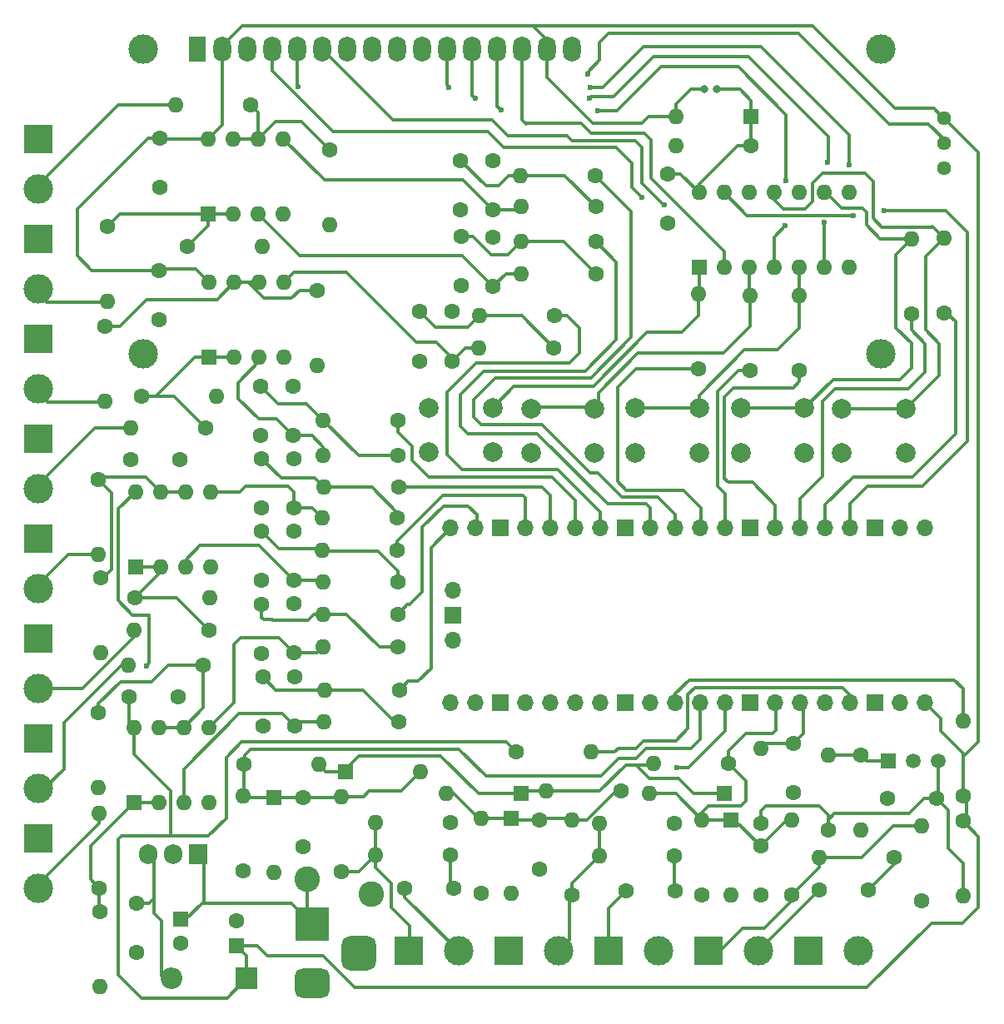
<source format=gbr>
%TF.GenerationSoftware,KiCad,Pcbnew,7.0.10*%
%TF.CreationDate,2025-01-04T09:14:23-06:00*%
%TF.ProjectId,Metermaker,4d657465-726d-4616-9b65-722e6b696361,rev?*%
%TF.SameCoordinates,Original*%
%TF.FileFunction,Copper,L2,Bot*%
%TF.FilePolarity,Positive*%
%FSLAX46Y46*%
G04 Gerber Fmt 4.6, Leading zero omitted, Abs format (unit mm)*
G04 Created by KiCad (PCBNEW 7.0.10) date 2025-01-04 09:14:23*
%MOMM*%
%LPD*%
G01*
G04 APERTURE LIST*
G04 Aperture macros list*
%AMRoundRect*
0 Rectangle with rounded corners*
0 $1 Rounding radius*
0 $2 $3 $4 $5 $6 $7 $8 $9 X,Y pos of 4 corners*
0 Add a 4 corners polygon primitive as box body*
4,1,4,$2,$3,$4,$5,$6,$7,$8,$9,$2,$3,0*
0 Add four circle primitives for the rounded corners*
1,1,$1+$1,$2,$3*
1,1,$1+$1,$4,$5*
1,1,$1+$1,$6,$7*
1,1,$1+$1,$8,$9*
0 Add four rect primitives between the rounded corners*
20,1,$1+$1,$2,$3,$4,$5,0*
20,1,$1+$1,$4,$5,$6,$7,0*
20,1,$1+$1,$6,$7,$8,$9,0*
20,1,$1+$1,$8,$9,$2,$3,0*%
G04 Aperture macros list end*
%TA.AperFunction,ComponentPad*%
%ADD10O,1.800000X2.600000*%
%TD*%
%TA.AperFunction,ComponentPad*%
%ADD11R,1.800000X2.600000*%
%TD*%
%TA.AperFunction,ComponentPad*%
%ADD12C,3.000000*%
%TD*%
%TA.AperFunction,ComponentPad*%
%ADD13C,1.600000*%
%TD*%
%TA.AperFunction,ComponentPad*%
%ADD14O,1.600000X1.600000*%
%TD*%
%TA.AperFunction,ComponentPad*%
%ADD15R,1.600000X1.600000*%
%TD*%
%TA.AperFunction,ComponentPad*%
%ADD16R,3.000000X3.000000*%
%TD*%
%TA.AperFunction,ComponentPad*%
%ADD17C,2.600000*%
%TD*%
%TA.AperFunction,ComponentPad*%
%ADD18R,3.500000X3.500000*%
%TD*%
%TA.AperFunction,ComponentPad*%
%ADD19RoundRect,0.750000X1.000000X-0.750000X1.000000X0.750000X-1.000000X0.750000X-1.000000X-0.750000X0*%
%TD*%
%TA.AperFunction,ComponentPad*%
%ADD20RoundRect,0.875000X0.875000X-0.875000X0.875000X0.875000X-0.875000X0.875000X-0.875000X-0.875000X0*%
%TD*%
%TA.AperFunction,ComponentPad*%
%ADD21C,2.000000*%
%TD*%
%TA.AperFunction,ComponentPad*%
%ADD22R,1.500000X1.500000*%
%TD*%
%TA.AperFunction,ComponentPad*%
%ADD23C,1.500000*%
%TD*%
%TA.AperFunction,ComponentPad*%
%ADD24R,1.905000X2.000000*%
%TD*%
%TA.AperFunction,ComponentPad*%
%ADD25O,1.905000X2.000000*%
%TD*%
%TA.AperFunction,ComponentPad*%
%ADD26C,1.440000*%
%TD*%
%TA.AperFunction,ComponentPad*%
%ADD27O,1.700000X1.700000*%
%TD*%
%TA.AperFunction,ComponentPad*%
%ADD28R,1.700000X1.700000*%
%TD*%
%TA.AperFunction,ComponentPad*%
%ADD29R,2.200000X2.200000*%
%TD*%
%TA.AperFunction,ComponentPad*%
%ADD30O,2.200000X2.200000*%
%TD*%
%TA.AperFunction,ViaPad*%
%ADD31C,0.800000*%
%TD*%
%TA.AperFunction,ViaPad*%
%ADD32C,0.600000*%
%TD*%
%TA.AperFunction,Conductor*%
%ADD33C,0.350000*%
%TD*%
G04 APERTURE END LIST*
D10*
%TO.P,DS1,16,LED(-)*%
%TO.N,GND*%
X108070000Y-53040000D03*
%TO.P,DS1,15,LED(+)*%
%TO.N,+5V*%
X105530000Y-53040000D03*
%TO.P,DS1,14,D7*%
%TO.N,Net-(DS1-D7)*%
X102990000Y-53040000D03*
%TO.P,DS1,13,D6*%
%TO.N,Net-(DS1-D6)*%
X100450000Y-53040000D03*
%TO.P,DS1,12,D5*%
%TO.N,Net-(DS1-D5)*%
X97910000Y-53040000D03*
%TO.P,DS1,11,D4*%
%TO.N,Net-(DS1-D4)*%
X95370000Y-53040000D03*
%TO.P,DS1,10,D3*%
%TO.N,unconnected-(DS1-D3-Pad10)*%
X92830000Y-53040000D03*
%TO.P,DS1,9,D2*%
%TO.N,unconnected-(DS1-D2-Pad9)*%
X90290000Y-53040000D03*
%TO.P,DS1,8,D1*%
%TO.N,unconnected-(DS1-D1-Pad8)*%
X87750000Y-53040000D03*
%TO.P,DS1,7,D0*%
%TO.N,unconnected-(DS1-D0-Pad7)*%
X85210000Y-53040000D03*
%TO.P,DS1,6,E*%
%TO.N,Net-(DS1-E)*%
X82670000Y-53040000D03*
%TO.P,DS1,5,R/W*%
%TO.N,GND*%
X80130000Y-53040000D03*
%TO.P,DS1,4,RS*%
%TO.N,Net-(DS1-RS)*%
X77590000Y-53040000D03*
%TO.P,DS1,3,VO*%
%TO.N,Net-(DS1-VO)*%
X75050000Y-53040000D03*
%TO.P,DS1,2,VDD*%
%TO.N,+5V*%
X72510000Y-53040000D03*
D11*
%TO.P,DS1,1,VSS*%
%TO.N,GND*%
X69970000Y-53040000D03*
D12*
%TO.P,DS1,*%
%TO.N,*%
X139470000Y-53040000D03*
X139469480Y-84040700D03*
X64470900Y-84040700D03*
X64470900Y-53040000D03*
%TD*%
D13*
%TO.P,R59,1*%
%TO.N,Net-(D8-K)*%
X126280000Y-62890000D03*
D14*
%TO.P,R59,2*%
%TO.N,GND*%
X118660000Y-62890000D03*
%TD*%
D15*
%TO.P,D3,1,K*%
%TO.N,ADC0*%
X77760000Y-129180000D03*
D14*
%TO.P,D3,2,A*%
%TO.N,GND*%
X77760000Y-136800000D03*
%TD*%
D13*
%TO.P,R15,1*%
%TO.N,Net-(J5-Pin_1)*%
X130429000Y-139065000D03*
D14*
%TO.P,R15,2*%
%TO.N,ADC2*%
X130429000Y-131445000D03*
%TD*%
D13*
%TO.P,R25,1*%
%TO.N,D5*%
X131210000Y-85780000D03*
D14*
%TO.P,R25,2*%
%TO.N,Net-(R25-Pad2)*%
X131210000Y-78160000D03*
%TD*%
D13*
%TO.P,R22,1*%
%TO.N,RS*%
X145900000Y-79880000D03*
D14*
%TO.P,R22,2*%
%TO.N,Net-(R22-Pad2)*%
X145900000Y-72260000D03*
%TD*%
D13*
%TO.P,C13,1*%
%TO.N,+5V*%
X66200000Y-62100000D03*
%TO.P,C13,2*%
%TO.N,GND*%
X66200000Y-67100000D03*
%TD*%
%TO.P,C9,1*%
%TO.N,ADC1*%
X104775000Y-131445000D03*
%TO.P,C9,2*%
%TO.N,GND*%
X104775000Y-136445000D03*
%TD*%
%TO.P,C30,1*%
%TO.N,+5V*%
X66100000Y-75600000D03*
%TO.P,C30,2*%
%TO.N,GND*%
X66100000Y-80600000D03*
%TD*%
D16*
%TO.P,J6,1,Pin_1*%
%TO.N,GND*%
X132080000Y-144780000D03*
D12*
%TO.P,J6,2,Pin_2*%
X137160000Y-144780000D03*
%TD*%
D13*
%TO.P,R10,1*%
%TO.N,Net-(C8-Pad2)*%
X118491000Y-135151500D03*
D14*
%TO.P,R10,2*%
%TO.N,Net-(J3-Pin_2)*%
X110871000Y-135151500D03*
%TD*%
D16*
%TO.P,J14,1,Pin_1*%
%TO.N,GND*%
X53840000Y-133350000D03*
D12*
%TO.P,J14,2,Pin_2*%
%TO.N,Net-(J14-Pin_2)*%
X53840000Y-138430000D03*
%TD*%
D13*
%TO.P,C5,1*%
%TO.N,ADCVREF*%
X130556000Y-123698000D03*
%TO.P,C5,2*%
%TO.N,GND*%
X130556000Y-128698000D03*
%TD*%
%TO.P,R52,1*%
%TO.N,DAC8*%
X90530000Y-118220000D03*
D14*
%TO.P,R52,2*%
%TO.N,Net-(C27-Pad1)*%
X82910000Y-118220000D03*
%TD*%
D17*
%TO.P,J15,1,Pin_1*%
%TO.N,Net-(J15-Pin_1)*%
X81130000Y-137510000D03*
%TD*%
D18*
%TO.P,J1,1*%
%TO.N,Net-(J15-Pin_1)*%
X81660000Y-142034000D03*
D19*
%TO.P,J1,2*%
%TO.N,GND*%
X81660000Y-148034000D03*
D20*
%TO.P,J1,3*%
%TO.N,unconnected-(J1-Pad3)*%
X86360000Y-145034000D03*
%TD*%
D15*
%TO.P,D6,1,K*%
%TO.N,ADCVREF*%
X123571000Y-128778000D03*
D14*
%TO.P,D6,2,A*%
%TO.N,ADC2*%
X115951000Y-128778000D03*
%TD*%
D13*
%TO.P,R48,1*%
%TO.N,Net-(U7A--)*%
X63590000Y-108900000D03*
D14*
%TO.P,R48,2*%
%TO.N,GND*%
X71210000Y-108900000D03*
%TD*%
D17*
%TO.P,J16,1,Pin_1*%
%TO.N,GND*%
X87660000Y-138980000D03*
%TD*%
D13*
%TO.P,C11,1*%
%TO.N,ADC2*%
X127260000Y-134110000D03*
%TO.P,C11,2*%
%TO.N,GND*%
X127260000Y-139110000D03*
%TD*%
D21*
%TO.P,SW1,1,1*%
%TO.N,GND*%
X100000000Y-94040000D03*
X93500000Y-94040000D03*
%TO.P,SW1,2,2*%
%TO.N,Net-(R23-Pad2)*%
X100000000Y-89540000D03*
X93500000Y-89540000D03*
%TD*%
D13*
%TO.P,R27,1*%
%TO.N,DAC1*%
X110470000Y-65920000D03*
D14*
%TO.P,R27,2*%
%TO.N,Net-(C14-Pad1)*%
X102850000Y-65920000D03*
%TD*%
D13*
%TO.P,R7,1*%
%TO.N,Net-(J2-Pin_1)*%
X84610000Y-136690000D03*
D14*
%TO.P,R7,2*%
%TO.N,ADC0*%
X84610000Y-129070000D03*
%TD*%
D13*
%TO.P,R18,1*%
%TO.N,ADC1*%
X113030000Y-128524000D03*
D14*
%TO.P,R18,2*%
%TO.N,ADCVREF*%
X105410000Y-128524000D03*
%TD*%
D13*
%TO.P,C7,1*%
%TO.N,Net-(J2-Pin_2)*%
X91070000Y-138410000D03*
%TO.P,C7,2*%
%TO.N,Net-(C7-Pad2)*%
X96070000Y-138410000D03*
%TD*%
%TO.P,C3,1*%
%TO.N,Net-(D1-A)*%
X63754000Y-139954000D03*
%TO.P,C3,2*%
%TO.N,GND*%
X63754000Y-144954000D03*
%TD*%
%TO.P,R24,1*%
%TO.N,D6*%
X126230000Y-85720000D03*
D14*
%TO.P,R24,2*%
%TO.N,Net-(R24-Pad2)*%
X126230000Y-78100000D03*
%TD*%
D13*
%TO.P,R53,1*%
%TO.N,Net-(C26-Pad1)*%
X90390000Y-113880000D03*
D14*
%TO.P,R53,2*%
%TO.N,Net-(U8B-+)*%
X82770000Y-113880000D03*
%TD*%
D13*
%TO.P,R6,1*%
%TO.N,Net-(U3-K)*%
X127254000Y-131826000D03*
D14*
%TO.P,R6,2*%
%TO.N,ADCVREF*%
X127254000Y-124206000D03*
%TD*%
D16*
%TO.P,J2,1,Pin_1*%
%TO.N,Net-(J2-Pin_1)*%
X91440000Y-144780000D03*
D12*
%TO.P,J2,2,Pin_2*%
%TO.N,Net-(J2-Pin_2)*%
X96520000Y-144780000D03*
%TD*%
D16*
%TO.P,J9,1,Pin_1*%
%TO.N,GND*%
X53840000Y-82550000D03*
D12*
%TO.P,J9,2,Pin_2*%
%TO.N,Net-(J9-Pin_2)*%
X53840000Y-87630000D03*
%TD*%
D13*
%TO.P,R37,1*%
%TO.N,Net-(C18-Pad1)*%
X106230000Y-83430000D03*
D14*
%TO.P,R37,2*%
%TO.N,Net-(U6B-+)*%
X98610000Y-83430000D03*
%TD*%
D13*
%TO.P,R5,1*%
%TO.N,Net-(U3-K)*%
X134112000Y-132461000D03*
D14*
%TO.P,R5,2*%
%TO.N,Net-(U3-REF)*%
X134112000Y-124841000D03*
%TD*%
D22*
%TO.P,U3,1,REF*%
%TO.N,Net-(U3-REF)*%
X140208000Y-125476000D03*
D23*
%TO.P,U3,2,A*%
%TO.N,GND*%
X142748000Y-125476000D03*
%TO.P,U3,3,K*%
%TO.N,Net-(U3-K)*%
X145288000Y-125476000D03*
%TD*%
D24*
%TO.P,U2,1,VI*%
%TO.N,Net-(J15-Pin_1)*%
X70100000Y-134930000D03*
D25*
%TO.P,U2,2,GND*%
%TO.N,GND*%
X67560000Y-134930000D03*
%TO.P,U2,3,VO*%
%TO.N,Net-(D1-A)*%
X65020000Y-134930000D03*
%TD*%
D13*
%TO.P,R50,1*%
%TO.N,Net-(U7A--)*%
X71200000Y-112200000D03*
D14*
%TO.P,R50,2*%
%TO.N,Net-(J12-Pin_2)*%
X63580000Y-112200000D03*
%TD*%
D13*
%TO.P,C4,1*%
%TO.N,Net-(U3-K)*%
X145135600Y-129286000D03*
%TO.P,C4,2*%
%TO.N,GND*%
X140135600Y-129286000D03*
%TD*%
D16*
%TO.P,J5,1,Pin_1*%
%TO.N,Net-(J5-Pin_1)*%
X121920000Y-144780000D03*
D12*
%TO.P,J5,2,Pin_2*%
%TO.N,Net-(J5-Pin_2)*%
X127000000Y-144780000D03*
%TD*%
D13*
%TO.P,R36,1*%
%TO.N,DAC4*%
X90380000Y-90810000D03*
D14*
%TO.P,R36,2*%
%TO.N,Net-(C19-Pad1)*%
X82760000Y-90810000D03*
%TD*%
D15*
%TO.P,D2,1,K*%
%TO.N,ADCVREF*%
X85070000Y-126520000D03*
D14*
%TO.P,D2,2,A*%
%TO.N,ADC0*%
X92690000Y-126520000D03*
%TD*%
D13*
%TO.P,R19,1*%
%TO.N,GND*%
X98806000Y-138938000D03*
D14*
%TO.P,R19,2*%
%TO.N,ADC1*%
X98806000Y-131318000D03*
%TD*%
D13*
%TO.P,C27,1*%
%TO.N,Net-(C27-Pad1)*%
X76660000Y-116910000D03*
%TO.P,C27,2*%
%TO.N,GND*%
X76660000Y-121910000D03*
%TD*%
%TO.P,R33,1*%
%TO.N,Net-(U5B--)*%
X83400000Y-63330000D03*
D14*
%TO.P,R33,2*%
%TO.N,GND*%
X83400000Y-70950000D03*
%TD*%
D13*
%TO.P,R39,1*%
%TO.N,Net-(U6B--)*%
X82200000Y-77600000D03*
D14*
%TO.P,R39,2*%
%TO.N,GND*%
X82200000Y-85220000D03*
%TD*%
D15*
%TO.P,U6,1*%
%TO.N,Net-(U6A--)*%
X71200000Y-84400000D03*
D14*
%TO.P,U6,2,-*%
X73740000Y-84400000D03*
%TO.P,U6,3,+*%
%TO.N,Net-(U6A-+)*%
X76280000Y-84400000D03*
%TO.P,U6,4,V-*%
%TO.N,GND*%
X78820000Y-84400000D03*
%TO.P,U6,5,+*%
%TO.N,Net-(U6B-+)*%
X78820000Y-76780000D03*
%TO.P,U6,6,-*%
%TO.N,Net-(U6B--)*%
X76280000Y-76780000D03*
%TO.P,U6,7*%
X73740000Y-76780000D03*
%TO.P,U6,8,V+*%
%TO.N,+5V*%
X71200000Y-76780000D03*
%TD*%
D13*
%TO.P,R32,1*%
%TO.N,Net-(U5A--)*%
X60870000Y-71060000D03*
D14*
%TO.P,R32,2*%
%TO.N,Net-(J8-Pin_2)*%
X60870000Y-78680000D03*
%TD*%
D13*
%TO.P,C6,1*%
%TO.N,ADC0*%
X80730000Y-129190000D03*
%TO.P,C6,2*%
%TO.N,GND*%
X80730000Y-134190000D03*
%TD*%
D15*
%TO.P,U5,1*%
%TO.N,Net-(U5A--)*%
X71100000Y-69800000D03*
D14*
%TO.P,U5,2,-*%
X73640000Y-69800000D03*
%TO.P,U5,3,+*%
%TO.N,Net-(U5A-+)*%
X76180000Y-69800000D03*
%TO.P,U5,4,V-*%
%TO.N,GND*%
X78720000Y-69800000D03*
%TO.P,U5,5,+*%
%TO.N,Net-(U5B-+)*%
X78720000Y-62180000D03*
%TO.P,U5,6,-*%
%TO.N,Net-(U5B--)*%
X76180000Y-62180000D03*
%TO.P,U5,7*%
X73640000Y-62180000D03*
%TO.P,U5,8,V+*%
%TO.N,+5V*%
X71100000Y-62180000D03*
%TD*%
D13*
%TO.P,C15,1*%
%TO.N,Net-(U5B-+)*%
X100000000Y-69380000D03*
%TO.P,C15,2*%
%TO.N,GND*%
X100000000Y-64380000D03*
%TD*%
%TO.P,R17,1*%
%TO.N,ADC0*%
X74740000Y-125830000D03*
D14*
%TO.P,R17,2*%
%TO.N,ADCVREF*%
X82360000Y-125830000D03*
%TD*%
D13*
%TO.P,R2,1*%
%TO.N,+5V*%
X147828000Y-129032000D03*
D14*
%TO.P,R2,2*%
%TO.N,Net-(U1-RUN)*%
X147828000Y-121412000D03*
%TD*%
D16*
%TO.P,J10,1,Pin_1*%
%TO.N,GND*%
X53840000Y-92710000D03*
D12*
%TO.P,J10,2,Pin_2*%
%TO.N,Net-(J10-Pin_2)*%
X53840000Y-97790000D03*
%TD*%
D13*
%TO.P,R13,1*%
%TO.N,Net-(C10-Pad2)*%
X140843000Y-135255000D03*
D14*
%TO.P,R13,2*%
%TO.N,Net-(J5-Pin_1)*%
X133223000Y-135255000D03*
%TD*%
D16*
%TO.P,J11,1,Pin_1*%
%TO.N,GND*%
X53840000Y-102870000D03*
D12*
%TO.P,J11,2,Pin_2*%
%TO.N,Net-(J11-Pin_2)*%
X53840000Y-107950000D03*
%TD*%
D13*
%TO.P,R43,1*%
%TO.N,DAC5*%
X90430000Y-97590000D03*
D14*
%TO.P,R43,2*%
%TO.N,Net-(C22-Pad1)*%
X82810000Y-97590000D03*
%TD*%
D13*
%TO.P,R12,1*%
%TO.N,Net-(J3-Pin_2)*%
X108077000Y-139065000D03*
D14*
%TO.P,R12,2*%
%TO.N,ADC1*%
X108077000Y-131445000D03*
%TD*%
D13*
%TO.P,R35,1*%
%TO.N,DAC3*%
X106300000Y-80200000D03*
D14*
%TO.P,R35,2*%
%TO.N,Net-(C18-Pad1)*%
X98680000Y-80200000D03*
%TD*%
D15*
%TO.P,U4,1*%
%TO.N,Net-(R23-Pad2)*%
X120995000Y-75290000D03*
D14*
%TO.P,U4,2*%
%TO.N,Net-(DS1-D7)*%
X123535000Y-75290000D03*
%TO.P,U4,3*%
%TO.N,Net-(R24-Pad2)*%
X126075000Y-75290000D03*
%TO.P,U4,4*%
%TO.N,Net-(DS1-D6)*%
X128615000Y-75290000D03*
%TO.P,U4,5*%
%TO.N,Net-(R25-Pad2)*%
X131155000Y-75290000D03*
%TO.P,U4,6*%
%TO.N,Net-(DS1-D5)*%
X133695000Y-75290000D03*
%TO.P,U4,7,GND*%
%TO.N,GND*%
X136235000Y-75290000D03*
%TO.P,U4,8*%
%TO.N,Net-(DS1-D4)*%
X136235000Y-67670000D03*
%TO.P,U4,9*%
%TO.N,Net-(R26-Pad2)*%
X133695000Y-67670000D03*
%TO.P,U4,10*%
%TO.N,Net-(DS1-RS)*%
X131155000Y-67670000D03*
%TO.P,U4,11*%
%TO.N,Net-(R22-Pad2)*%
X128615000Y-67670000D03*
%TO.P,U4,12*%
%TO.N,Net-(DS1-E)*%
X126075000Y-67670000D03*
%TO.P,U4,13*%
%TO.N,ED*%
X123535000Y-67670000D03*
%TO.P,U4,14,VCC*%
%TO.N,Net-(D8-K)*%
X120995000Y-67670000D03*
%TD*%
D13*
%TO.P,R4,1*%
%TO.N,Net-(U3-REF)*%
X137414000Y-124841000D03*
D14*
%TO.P,R4,2*%
%TO.N,GND*%
X137414000Y-132461000D03*
%TD*%
D13*
%TO.P,R31,1*%
%TO.N,Net-(C16-Pad1)*%
X110500000Y-75900000D03*
D14*
%TO.P,R31,2*%
%TO.N,Net-(U5A-+)*%
X102880000Y-75900000D03*
%TD*%
D13*
%TO.P,R41,1*%
%TO.N,Net-(U6B--)*%
X60550000Y-81290000D03*
D14*
%TO.P,R41,2*%
%TO.N,Net-(J9-Pin_2)*%
X60550000Y-88910000D03*
%TD*%
D26*
%TO.P,RV1,1,1*%
%TO.N,GND*%
X145880000Y-65150000D03*
%TO.P,RV1,2,2*%
%TO.N,Net-(DS1-VO)*%
X145880000Y-62610000D03*
%TO.P,RV1,3,3*%
%TO.N,+5V*%
X145880000Y-60070000D03*
%TD*%
D13*
%TO.P,R51,1*%
%TO.N,DAC7*%
X90340000Y-110530000D03*
D14*
%TO.P,R51,2*%
%TO.N,Net-(C26-Pad1)*%
X82720000Y-110530000D03*
%TD*%
D16*
%TO.P,J7,1,Pin_1*%
%TO.N,GND*%
X53840000Y-62230000D03*
D12*
%TO.P,J7,2,Pin_2*%
%TO.N,Net-(J7-Pin_2)*%
X53840000Y-67310000D03*
%TD*%
D13*
%TO.P,R47,1*%
%TO.N,Net-(U7B--)*%
X60150000Y-106830000D03*
D14*
%TO.P,R47,2*%
%TO.N,GND*%
X60150000Y-114450000D03*
%TD*%
D13*
%TO.P,R40,1*%
%TO.N,Net-(U6A--)*%
X64300000Y-88380000D03*
D14*
%TO.P,R40,2*%
%TO.N,GND*%
X71920000Y-88380000D03*
%TD*%
D15*
%TO.P,U7,1*%
%TO.N,Net-(U7A--)*%
X63680000Y-105700000D03*
D14*
%TO.P,U7,2,-*%
X66220000Y-105700000D03*
%TO.P,U7,3,+*%
%TO.N,Net-(U7A-+)*%
X68760000Y-105700000D03*
%TO.P,U7,4,V-*%
%TO.N,GND*%
X71300000Y-105700000D03*
%TO.P,U7,5,+*%
%TO.N,Net-(U7B-+)*%
X71300000Y-98080000D03*
%TO.P,U7,6,-*%
%TO.N,Net-(U7B--)*%
X68760000Y-98080000D03*
%TO.P,U7,7*%
X66220000Y-98080000D03*
%TO.P,U7,8,V+*%
%TO.N,+5V*%
X63680000Y-98080000D03*
%TD*%
D16*
%TO.P,J3,1,Pin_1*%
%TO.N,GND*%
X101600000Y-144780000D03*
D12*
%TO.P,J3,2,Pin_2*%
%TO.N,Net-(J3-Pin_2)*%
X106680000Y-144780000D03*
%TD*%
D27*
%TO.P,U1,1,GPIO0*%
%TO.N,unconnected-(U1-GPIO0-Pad1)*%
X143990000Y-101770000D03*
%TO.P,U1,2,GPIO1*%
%TO.N,unconnected-(U1-GPIO1-Pad2)*%
X141450000Y-101770000D03*
D28*
%TO.P,U1,3,GND*%
%TO.N,GND*%
X138910000Y-101770000D03*
D27*
%TO.P,U1,4,GPIO2*%
%TO.N,ED*%
X136370000Y-101770000D03*
%TO.P,U1,5,GPIO3*%
%TO.N,RS*%
X133830000Y-101770000D03*
%TO.P,U1,6,GPIO4*%
%TO.N,D4*%
X131290000Y-101770000D03*
%TO.P,U1,7,GPIO5*%
%TO.N,D5*%
X128750000Y-101770000D03*
D28*
%TO.P,U1,8,GND*%
%TO.N,GND*%
X126210000Y-101770000D03*
D27*
%TO.P,U1,9,GPIO6*%
%TO.N,D6*%
X123670000Y-101770000D03*
%TO.P,U1,10,GPIO7*%
%TO.N,D7*%
X121130000Y-101770000D03*
%TO.P,U1,11,GPIO8*%
%TO.N,DAC1*%
X118590000Y-101770000D03*
%TO.P,U1,12,GPIO9*%
%TO.N,DAC2*%
X116050000Y-101770000D03*
D28*
%TO.P,U1,13,GND*%
%TO.N,GND*%
X113510000Y-101770000D03*
D27*
%TO.P,U1,14,GPIO10*%
%TO.N,DAC3*%
X110970000Y-101770000D03*
%TO.P,U1,15,GPIO11*%
%TO.N,DAC4*%
X108430000Y-101770000D03*
%TO.P,U1,16,GPIO12*%
%TO.N,DAC5*%
X105890000Y-101770000D03*
%TO.P,U1,17,GPIO13*%
%TO.N,DAC6*%
X103350000Y-101770000D03*
D28*
%TO.P,U1,18,GND*%
%TO.N,GND*%
X100810000Y-101770000D03*
D27*
%TO.P,U1,19,GPIO14*%
%TO.N,DAC7*%
X98270000Y-101770000D03*
%TO.P,U1,20,GPIO15*%
%TO.N,DAC8*%
X95730000Y-101770000D03*
%TO.P,U1,21,GPIO16*%
%TO.N,unconnected-(U1-GPIO16-Pad21)*%
X95730000Y-119550000D03*
%TO.P,U1,22,GPIO17*%
%TO.N,unconnected-(U1-GPIO17-Pad22)*%
X98270000Y-119550000D03*
D28*
%TO.P,U1,23,GND*%
%TO.N,GND*%
X100810000Y-119550000D03*
D27*
%TO.P,U1,24,GPIO18*%
%TO.N,unconnected-(U1-GPIO18-Pad24)*%
X103350000Y-119550000D03*
%TO.P,U1,25,GPIO19*%
%TO.N,unconnected-(U1-GPIO19-Pad25)*%
X105890000Y-119550000D03*
%TO.P,U1,26,GPIO20*%
%TO.N,unconnected-(U1-GPIO20-Pad26)*%
X108430000Y-119550000D03*
%TO.P,U1,27,GPIO21*%
%TO.N,unconnected-(U1-GPIO21-Pad27)*%
X110970000Y-119550000D03*
D28*
%TO.P,U1,28,GND*%
%TO.N,GND*%
X113510000Y-119550000D03*
D27*
%TO.P,U1,29,GPIO22*%
%TO.N,unconnected-(U1-GPIO22-Pad29)*%
X116050000Y-119550000D03*
%TO.P,U1,30,RUN*%
%TO.N,Net-(U1-RUN)*%
X118590000Y-119550000D03*
%TO.P,U1,31,GPIO26_ADC0*%
%TO.N,ADC0*%
X121130000Y-119550000D03*
%TO.P,U1,32,GPIO27_ADC1*%
%TO.N,ADC1*%
X123670000Y-119550000D03*
D28*
%TO.P,U1,33,AGND*%
%TO.N,GND*%
X126210000Y-119550000D03*
D27*
%TO.P,U1,34,GPIO28_ADC2*%
%TO.N,ADC2*%
X128750000Y-119550000D03*
%TO.P,U1,35,ADC_VREF*%
%TO.N,ADCVREF*%
X131290000Y-119550000D03*
%TO.P,U1,36,3V3*%
%TO.N,unconnected-(U1-3V3-Pad36)*%
X133830000Y-119550000D03*
%TO.P,U1,37,3V3_EN*%
%TO.N,Net-(U1-3V3_EN)*%
X136370000Y-119550000D03*
D28*
%TO.P,U1,38,GND*%
%TO.N,GND*%
X138910000Y-119550000D03*
D27*
%TO.P,U1,39,VSYS*%
%TO.N,unconnected-(U1-VSYS-Pad39)*%
X141450000Y-119550000D03*
%TO.P,U1,40,VBUS*%
%TO.N,+5V*%
X143990000Y-119550000D03*
%TO.P,U1,41,SWCLK*%
%TO.N,unconnected-(U1-SWCLK-Pad41)*%
X95960000Y-108120000D03*
D28*
%TO.P,U1,42,GND*%
%TO.N,unconnected-(U1-GND-Pad42)*%
X95960000Y-110660000D03*
D27*
%TO.P,U1,43,SWDIO*%
%TO.N,unconnected-(U1-SWDIO-Pad43)*%
X95960000Y-113200000D03*
%TD*%
D13*
%TO.P,R45,1*%
%TO.N,Net-(C22-Pad1)*%
X90330000Y-100770000D03*
D14*
%TO.P,R45,2*%
%TO.N,Net-(U7B-+)*%
X82710000Y-100770000D03*
%TD*%
D13*
%TO.P,R16,1*%
%TO.N,GND*%
X74670000Y-136610000D03*
D14*
%TO.P,R16,2*%
%TO.N,ADC0*%
X74670000Y-128990000D03*
%TD*%
D16*
%TO.P,J4,1,Pin_1*%
%TO.N,Net-(J4-Pin_1)*%
X111760000Y-144780000D03*
D12*
%TO.P,J4,2,Pin_2*%
%TO.N,GND*%
X116840000Y-144780000D03*
%TD*%
D13*
%TO.P,R55,1*%
%TO.N,Net-(U8B--)*%
X59920000Y-120540000D03*
D14*
%TO.P,R55,2*%
%TO.N,GND*%
X59920000Y-128160000D03*
%TD*%
D15*
%TO.P,D7,1,K*%
%TO.N,ADC2*%
X124206000Y-131445000D03*
D14*
%TO.P,D7,2,A*%
%TO.N,GND*%
X124206000Y-139065000D03*
%TD*%
%TO.P,D8,2,A*%
%TO.N,+5V*%
X118670000Y-59930000D03*
D15*
%TO.P,D8,1,K*%
%TO.N,Net-(D8-K)*%
X126290000Y-59930000D03*
%TD*%
D13*
%TO.P,R21,1*%
%TO.N,GND*%
X121285000Y-139065000D03*
D14*
%TO.P,R21,2*%
%TO.N,ADC2*%
X121285000Y-131445000D03*
%TD*%
D13*
%TO.P,R11,1*%
%TO.N,GND*%
X118491000Y-131849500D03*
D14*
%TO.P,R11,2*%
%TO.N,Net-(J3-Pin_2)*%
X110871000Y-131849500D03*
%TD*%
D16*
%TO.P,J13,1,Pin_1*%
%TO.N,GND*%
X53840000Y-123190000D03*
D12*
%TO.P,J13,2,Pin_2*%
%TO.N,Net-(J13-Pin_2)*%
X53840000Y-128270000D03*
%TD*%
D13*
%TO.P,C18,1*%
%TO.N,Net-(C18-Pad1)*%
X92620000Y-79780000D03*
%TO.P,C18,2*%
%TO.N,GND*%
X92620000Y-84780000D03*
%TD*%
%TO.P,R1,1*%
%TO.N,+5V*%
X102370000Y-124550000D03*
D14*
%TO.P,R1,2*%
%TO.N,Net-(U1-3V3_EN)*%
X109990000Y-124550000D03*
%TD*%
D15*
%TO.P,C1,1*%
%TO.N,Net-(J15-Pin_1)*%
X68320000Y-141530000D03*
D13*
%TO.P,C1,2*%
%TO.N,GND*%
X68320000Y-144030000D03*
%TD*%
%TO.P,C29,1*%
%TO.N,Net-(U8A-+)*%
X79860000Y-121900000D03*
%TO.P,C29,2*%
%TO.N,GND*%
X79860000Y-116900000D03*
%TD*%
%TO.P,R54,1*%
%TO.N,Net-(C27-Pad1)*%
X90490000Y-121460000D03*
D14*
%TO.P,R54,2*%
%TO.N,Net-(U8A-+)*%
X82870000Y-121460000D03*
%TD*%
D13*
%TO.P,C14,1*%
%TO.N,Net-(C14-Pad1)*%
X96770000Y-64380000D03*
%TO.P,C14,2*%
%TO.N,GND*%
X96770000Y-69380000D03*
%TD*%
%TO.P,R28,1*%
%TO.N,Net-(C14-Pad1)*%
X110490000Y-69100000D03*
D14*
%TO.P,R28,2*%
%TO.N,Net-(U5B-+)*%
X102870000Y-69100000D03*
%TD*%
D13*
%TO.P,C23,1*%
%TO.N,Net-(C23-Pad1)*%
X76530000Y-102060000D03*
%TO.P,C23,2*%
%TO.N,GND*%
X76530000Y-107060000D03*
%TD*%
D15*
%TO.P,C2,1*%
%TO.N,+5V*%
X73914000Y-144230000D03*
D13*
%TO.P,C2,2*%
%TO.N,GND*%
X73914000Y-141730000D03*
%TD*%
%TO.P,C20,1*%
%TO.N,Net-(U6B-+)*%
X95860000Y-84780000D03*
%TO.P,C20,2*%
%TO.N,GND*%
X95860000Y-79780000D03*
%TD*%
%TO.P,C22,1*%
%TO.N,Net-(C22-Pad1)*%
X76500000Y-94710000D03*
%TO.P,C22,2*%
%TO.N,GND*%
X76500000Y-99710000D03*
%TD*%
%TO.P,C19,1*%
%TO.N,Net-(C19-Pad1)*%
X76440000Y-87370000D03*
%TO.P,C19,2*%
%TO.N,GND*%
X76440000Y-92370000D03*
%TD*%
D29*
%TO.P,D1,1,K*%
%TO.N,+5V*%
X74990000Y-147570000D03*
D30*
%TO.P,D1,2,A*%
%TO.N,Net-(D1-A)*%
X67370000Y-147570000D03*
%TD*%
D16*
%TO.P,J8,1,Pin_1*%
%TO.N,GND*%
X53840000Y-72390000D03*
D12*
%TO.P,J8,2,Pin_2*%
%TO.N,Net-(J8-Pin_2)*%
X53840000Y-77470000D03*
%TD*%
D13*
%TO.P,C28,1*%
%TO.N,Net-(U8B-+)*%
X79770000Y-114470000D03*
%TO.P,C28,2*%
%TO.N,GND*%
X79770000Y-109470000D03*
%TD*%
%TO.P,R34,1*%
%TO.N,Net-(U5A--)*%
X69000000Y-73150000D03*
D14*
%TO.P,R34,2*%
%TO.N,GND*%
X76620000Y-73150000D03*
%TD*%
D13*
%TO.P,R3,1*%
%TO.N,+5V*%
X147828000Y-131572000D03*
D14*
%TO.P,R3,2*%
%TO.N,Net-(U3-K)*%
X147828000Y-139192000D03*
%TD*%
D13*
%TO.P,C21,1*%
%TO.N,Net-(U6A-+)*%
X79690000Y-92370000D03*
%TO.P,C21,2*%
%TO.N,GND*%
X79690000Y-87370000D03*
%TD*%
%TO.P,C12,1*%
%TO.N,Net-(D8-K)*%
X117830000Y-65740000D03*
%TO.P,C12,2*%
%TO.N,GND*%
X117830000Y-70740000D03*
%TD*%
%TO.P,C10,1*%
%TO.N,Net-(J5-Pin_2)*%
X133223000Y-138557000D03*
%TO.P,C10,2*%
%TO.N,Net-(C10-Pad2)*%
X138223000Y-138557000D03*
%TD*%
D21*
%TO.P,SW5,1,1*%
%TO.N,GND*%
X131720000Y-94100000D03*
X125220000Y-94100000D03*
%TO.P,SW5,2,2*%
%TO.N,Net-(R26-Pad2)*%
X131720000Y-89600000D03*
X125220000Y-89600000D03*
%TD*%
D13*
%TO.P,R26,1*%
%TO.N,D4*%
X142650000Y-79970000D03*
D14*
%TO.P,R26,2*%
%TO.N,Net-(R26-Pad2)*%
X142650000Y-72350000D03*
%TD*%
D13*
%TO.P,R20,1*%
%TO.N,ADC2*%
X123952000Y-125730000D03*
D14*
%TO.P,R20,2*%
%TO.N,ADCVREF*%
X116332000Y-125730000D03*
%TD*%
D13*
%TO.P,R30,1*%
%TO.N,DAC2*%
X110510000Y-72640000D03*
D14*
%TO.P,R30,2*%
%TO.N,Net-(C16-Pad1)*%
X102890000Y-72640000D03*
%TD*%
D15*
%TO.P,U8,1*%
%TO.N,Net-(U8A--)*%
X63500000Y-129700000D03*
D14*
%TO.P,U8,2,-*%
X66040000Y-129700000D03*
%TO.P,U8,3,+*%
%TO.N,Net-(U8A-+)*%
X68580000Y-129700000D03*
%TO.P,U8,4,V-*%
%TO.N,GND*%
X71120000Y-129700000D03*
%TO.P,U8,5,+*%
%TO.N,Net-(U8B-+)*%
X71120000Y-122080000D03*
%TO.P,U8,6,-*%
%TO.N,Net-(U8B--)*%
X68580000Y-122080000D03*
%TO.P,U8,7*%
X66040000Y-122080000D03*
%TO.P,U8,8,V+*%
%TO.N,+5V*%
X63500000Y-122080000D03*
%TD*%
D13*
%TO.P,R38,1*%
%TO.N,Net-(C19-Pad1)*%
X90380000Y-94420000D03*
D14*
%TO.P,R38,2*%
%TO.N,Net-(U6A-+)*%
X82760000Y-94420000D03*
%TD*%
D13*
%TO.P,C32,1*%
%TO.N,+5V*%
X63000000Y-118900000D03*
%TO.P,C32,2*%
%TO.N,GND*%
X68000000Y-118900000D03*
%TD*%
%TO.P,C16,1*%
%TO.N,Net-(C16-Pad1)*%
X96800000Y-72150000D03*
%TO.P,C16,2*%
%TO.N,GND*%
X96800000Y-77150000D03*
%TD*%
%TO.P,R56,1*%
%TO.N,Net-(U8A--)*%
X60110000Y-140800000D03*
D14*
%TO.P,R56,2*%
%TO.N,GND*%
X60110000Y-148420000D03*
%TD*%
D13*
%TO.P,R46,1*%
%TO.N,Net-(C23-Pad1)*%
X90350000Y-107250000D03*
D14*
%TO.P,R46,2*%
%TO.N,Net-(U7A-+)*%
X82730000Y-107250000D03*
%TD*%
D13*
%TO.P,R23,1*%
%TO.N,D7*%
X120980000Y-85570000D03*
D14*
%TO.P,R23,2*%
%TO.N,Net-(R23-Pad2)*%
X120980000Y-77950000D03*
%TD*%
D13*
%TO.P,R58,1*%
%TO.N,Net-(U8A--)*%
X59980000Y-138390000D03*
D14*
%TO.P,R58,2*%
%TO.N,Net-(J14-Pin_2)*%
X59980000Y-130770000D03*
%TD*%
D13*
%TO.P,C26,1*%
%TO.N,Net-(C26-Pad1)*%
X76520000Y-109500000D03*
%TO.P,C26,2*%
%TO.N,GND*%
X76520000Y-114500000D03*
%TD*%
%TO.P,C25,1*%
%TO.N,Net-(U7A-+)*%
X79790000Y-107070000D03*
%TO.P,C25,2*%
%TO.N,GND*%
X79790000Y-102070000D03*
%TD*%
%TO.P,C31,1*%
%TO.N,+5V*%
X63200000Y-94800000D03*
%TO.P,C31,2*%
%TO.N,GND*%
X68200000Y-94800000D03*
%TD*%
%TO.P,R57,1*%
%TO.N,Net-(U8B--)*%
X70600000Y-115700000D03*
D14*
%TO.P,R57,2*%
%TO.N,Net-(J13-Pin_2)*%
X62980000Y-115700000D03*
%TD*%
D21*
%TO.P,SW4,1,1*%
%TO.N,GND*%
X121000000Y-94100000D03*
X114500000Y-94100000D03*
%TO.P,SW4,2,2*%
%TO.N,Net-(R25-Pad2)*%
X121000000Y-89600000D03*
X114500000Y-89600000D03*
%TD*%
D13*
%TO.P,R29,1*%
%TO.N,Net-(U5B--)*%
X75400000Y-58700000D03*
D14*
%TO.P,R29,2*%
%TO.N,Net-(J7-Pin_2)*%
X67780000Y-58700000D03*
%TD*%
D15*
%TO.P,D5,1,K*%
%TO.N,ADC1*%
X101854000Y-131318000D03*
D14*
%TO.P,D5,2,A*%
%TO.N,GND*%
X101854000Y-138938000D03*
%TD*%
D13*
%TO.P,R49,1*%
%TO.N,Net-(U7B--)*%
X59900000Y-96840000D03*
D14*
%TO.P,R49,2*%
%TO.N,Net-(J11-Pin_2)*%
X59900000Y-104460000D03*
%TD*%
D13*
%TO.P,R9,1*%
%TO.N,Net-(C7-Pad2)*%
X95711000Y-135001000D03*
D14*
%TO.P,R9,2*%
%TO.N,Net-(J2-Pin_1)*%
X88091000Y-135001000D03*
%TD*%
D13*
%TO.P,R42,1*%
%TO.N,Net-(U6A--)*%
X70810000Y-91600000D03*
D14*
%TO.P,R42,2*%
%TO.N,Net-(J10-Pin_2)*%
X63190000Y-91600000D03*
%TD*%
D21*
%TO.P,SW2,1,1*%
%TO.N,GND*%
X142000000Y-94160000D03*
X135500000Y-94160000D03*
%TO.P,SW2,2,2*%
%TO.N,Net-(R22-Pad2)*%
X142000000Y-89660000D03*
X135500000Y-89660000D03*
%TD*%
%TO.P,SW3,1,1*%
%TO.N,GND*%
X110400000Y-94120000D03*
X103900000Y-94120000D03*
%TO.P,SW3,2,2*%
%TO.N,Net-(R24-Pad2)*%
X110400000Y-89620000D03*
X103900000Y-89620000D03*
%TD*%
D16*
%TO.P,J12,1,Pin_1*%
%TO.N,GND*%
X53840000Y-113030000D03*
D12*
%TO.P,J12,2,Pin_2*%
%TO.N,Net-(J12-Pin_2)*%
X53840000Y-118110000D03*
%TD*%
D13*
%TO.P,R14,1*%
%TO.N,GND*%
X143662400Y-139700000D03*
D14*
%TO.P,R14,2*%
%TO.N,Net-(J5-Pin_1)*%
X143662400Y-132080000D03*
%TD*%
D13*
%TO.P,C17,1*%
%TO.N,Net-(U5A-+)*%
X100070000Y-77190000D03*
%TO.P,C17,2*%
%TO.N,GND*%
X100070000Y-72190000D03*
%TD*%
%TO.P,C8,1*%
%TO.N,Net-(J4-Pin_1)*%
X113538000Y-138707500D03*
%TO.P,C8,2*%
%TO.N,Net-(C8-Pad2)*%
X118538000Y-138707500D03*
%TD*%
%TO.P,C24,1*%
%TO.N,Net-(U7B-+)*%
X79780000Y-99700000D03*
%TO.P,C24,2*%
%TO.N,GND*%
X79780000Y-94700000D03*
%TD*%
D15*
%TO.P,D4,1,K*%
%TO.N,ADCVREF*%
X102870000Y-128778000D03*
D14*
%TO.P,D4,2,A*%
%TO.N,ADC1*%
X95250000Y-128778000D03*
%TD*%
D13*
%TO.P,R44,1*%
%TO.N,DAC6*%
X90310000Y-104010000D03*
D14*
%TO.P,R44,2*%
%TO.N,Net-(C23-Pad1)*%
X82690000Y-104010000D03*
%TD*%
D13*
%TO.P,R8,1*%
%TO.N,GND*%
X95711000Y-131699000D03*
D14*
%TO.P,R8,2*%
%TO.N,Net-(J2-Pin_1)*%
X88091000Y-131699000D03*
%TD*%
D31*
%TO.N,Net-(D8-K)*%
X122824000Y-57150000D03*
%TO.N,+5V*%
X121524000Y-57150000D03*
D32*
%TO.N,GND*%
X80180000Y-56900000D03*
%TO.N,+5V*%
X64800000Y-115800000D03*
%TO.N,ADC1*%
X118760000Y-126160000D03*
%TO.N,Net-(DS1-D6)*%
X110700000Y-59300000D03*
X100840000Y-59290000D03*
X129790000Y-70990000D03*
X129860000Y-66460000D03*
%TO.N,Net-(DS1-D5)*%
X133690000Y-70665000D03*
X109820000Y-58100000D03*
X98240000Y-58100000D03*
X134060000Y-64580000D03*
%TO.N,Net-(DS1-D4)*%
X136235000Y-64860000D03*
X109950000Y-56940000D03*
X95570000Y-56940000D03*
%TO.N,Net-(DS1-E)*%
X117460000Y-68930000D03*
%TO.N,Net-(DS1-RS)*%
X115200000Y-68100000D03*
%TO.N,ED*%
X136700000Y-69990000D03*
X139840000Y-69530000D03*
%TO.N,Net-(DS1-VO)*%
X109650000Y-55630000D03*
%TD*%
D33*
%TO.N,Net-(U5A-+)*%
X80430000Y-74050000D02*
X96930000Y-74050000D01*
X96930000Y-74050000D02*
X100070000Y-77190000D01*
X76180000Y-69800000D02*
X80430000Y-74050000D01*
%TO.N,Net-(D8-K)*%
X125140000Y-57150000D02*
X122824000Y-57150000D01*
X126290000Y-58300000D02*
X125140000Y-57150000D01*
X126290000Y-59930000D02*
X126290000Y-58300000D01*
%TO.N,+5V*%
X120140000Y-57150000D02*
X121524000Y-57150000D01*
X118670000Y-58620000D02*
X120140000Y-57150000D01*
X118670000Y-59930000D02*
X118670000Y-58620000D01*
%TO.N,Net-(D8-K)*%
X120995000Y-66815000D02*
X120995000Y-67670000D01*
X124920000Y-62890000D02*
X120995000Y-66815000D01*
X126280000Y-62890000D02*
X124920000Y-62890000D01*
X126290000Y-62880000D02*
X126280000Y-62890000D01*
X126290000Y-59930000D02*
X126290000Y-62880000D01*
%TO.N,+5V*%
X115838000Y-59930000D02*
X118670000Y-59930000D01*
X115168000Y-60600000D02*
X115838000Y-59930000D01*
X105530000Y-55930000D02*
X110200000Y-60600000D01*
X105530000Y-53040000D02*
X105530000Y-55930000D01*
X110200000Y-60600000D02*
X115168000Y-60600000D01*
%TO.N,Net-(DS1-D6)*%
X124968000Y-54864000D02*
X129860000Y-59756000D01*
X117094000Y-54864000D02*
X124968000Y-54864000D01*
X129860000Y-59756000D02*
X129860000Y-66460000D01*
X110700000Y-59300000D02*
X112658000Y-59300000D01*
X112658000Y-59300000D02*
X117094000Y-54864000D01*
%TO.N,Net-(DS1-D5)*%
X110008000Y-57912000D02*
X109820000Y-58100000D01*
X116332000Y-53848000D02*
X112268000Y-57912000D01*
X125984000Y-53848000D02*
X116332000Y-53848000D01*
X134112000Y-61976000D02*
X125984000Y-53848000D01*
X134112000Y-64528000D02*
X134112000Y-61976000D01*
X134060000Y-64580000D02*
X134112000Y-64528000D01*
X112268000Y-57912000D02*
X110008000Y-57912000D01*
%TO.N,Net-(DS1-D4)*%
X115316000Y-52832000D02*
X127254000Y-52832000D01*
X127254000Y-52832000D02*
X136235000Y-61813000D01*
X111208000Y-56940000D02*
X115316000Y-52832000D01*
X136235000Y-61813000D02*
X136235000Y-64860000D01*
X109950000Y-56940000D02*
X111208000Y-56940000D01*
%TO.N,Net-(J15-Pin_1)*%
X81130000Y-137510000D02*
X81130000Y-141504000D01*
X79537000Y-139911000D02*
X81660000Y-142034000D01*
X70612000Y-135442000D02*
X70612000Y-139740000D01*
X70441000Y-139911000D02*
X79537000Y-139911000D01*
X70100000Y-134930000D02*
X70612000Y-135442000D01*
X81130000Y-141504000D02*
X81660000Y-142034000D01*
X70612000Y-139740000D02*
X70441000Y-139911000D01*
X68822000Y-141530000D02*
X68320000Y-141530000D01*
X70441000Y-139911000D02*
X68822000Y-141530000D01*
%TO.N,GND*%
X80130000Y-56850000D02*
X80180000Y-56900000D01*
X80130000Y-53040000D02*
X80130000Y-56850000D01*
%TO.N,+5V*%
X71110000Y-133090000D02*
X72910000Y-131290000D01*
X144870000Y-59080000D02*
X145860000Y-60070000D01*
X72510000Y-53040000D02*
X72510000Y-60770000D01*
X67300000Y-133090000D02*
X62290000Y-133090000D01*
X61940000Y-109140000D02*
X61940000Y-99820000D01*
X147810000Y-141930000D02*
X144610000Y-141930000D01*
X62290000Y-133090000D02*
X61940000Y-133440000D01*
X71200000Y-76780000D02*
X69820000Y-75400000D01*
X67290000Y-133010000D02*
X67290000Y-128540000D01*
X147828000Y-131572000D02*
X149402800Y-133146800D01*
X147828000Y-131572000D02*
X148209000Y-131191000D01*
X65000000Y-62100000D02*
X66200000Y-62100000D01*
X72910000Y-125080000D02*
X74440000Y-123550000D01*
X145880000Y-60070000D02*
X149360000Y-63550000D01*
X65100000Y-110600000D02*
X63400000Y-110600000D01*
X145542000Y-121102000D02*
X145542000Y-122428000D01*
X76056400Y-144230000D02*
X73914000Y-144230000D01*
X144610000Y-141930000D02*
X138051600Y-148488400D01*
X57750000Y-69350000D02*
X65000000Y-62100000D01*
X63400000Y-110600000D02*
X61940000Y-109140000D01*
X72910000Y-131290000D02*
X72910000Y-125080000D01*
X65100000Y-115500000D02*
X65100000Y-110600000D01*
X149402800Y-140337200D02*
X147810000Y-141930000D01*
X63000000Y-118900000D02*
X63000000Y-121580000D01*
X132530000Y-50710000D02*
X140900000Y-59080000D01*
X147828000Y-124714000D02*
X147828000Y-125010000D01*
X74440000Y-123550000D02*
X101370000Y-123550000D01*
X101370000Y-123550000D02*
X102370000Y-124550000D01*
X74990000Y-145306000D02*
X73914000Y-144230000D01*
X61940000Y-147180000D02*
X64317000Y-149557000D01*
X74570000Y-50710000D02*
X104100000Y-50710000D01*
X149360000Y-123478000D02*
X147828000Y-125010000D01*
X82753200Y-145288000D02*
X77114400Y-145288000D01*
X149360000Y-63550000D02*
X149360000Y-123478000D01*
X143990000Y-119550000D02*
X145542000Y-121102000D01*
X140900000Y-59080000D02*
X144870000Y-59080000D01*
X67290000Y-128540000D02*
X63500000Y-124750000D01*
X72510000Y-52770000D02*
X74570000Y-50710000D01*
X64317000Y-149557000D02*
X73003000Y-149557000D01*
X145542000Y-122428000D02*
X147828000Y-124714000D01*
X145860000Y-60070000D02*
X145880000Y-60070000D01*
X63500000Y-124750000D02*
X63500000Y-122080000D01*
X66280000Y-62180000D02*
X66200000Y-62100000D01*
X104100000Y-50710000D02*
X132530000Y-50710000D01*
X105530000Y-52140000D02*
X105530000Y-53040000D01*
X85953600Y-148488400D02*
X82753200Y-145288000D01*
X67255000Y-133045000D02*
X67290000Y-133010000D01*
X63000000Y-121580000D02*
X63500000Y-122080000D01*
X149402800Y-133146800D02*
X149402800Y-140337200D01*
X148209000Y-131191000D02*
X148209000Y-129413000D01*
X61940000Y-133440000D02*
X61940000Y-147180000D01*
X104100000Y-50710000D02*
X105530000Y-52140000D01*
X147828000Y-125010000D02*
X147828000Y-129032000D01*
X72510000Y-53040000D02*
X72510000Y-52770000D01*
X67300000Y-133090000D02*
X67255000Y-133045000D01*
X148209000Y-129413000D02*
X147828000Y-129032000D01*
X67300000Y-133090000D02*
X71110000Y-133090000D01*
X72510000Y-60770000D02*
X71100000Y-62180000D01*
X66100000Y-75600000D02*
X59250000Y-75600000D01*
X74990000Y-147570000D02*
X74990000Y-145306000D01*
X69820000Y-75400000D02*
X66300000Y-75400000D01*
X59250000Y-75600000D02*
X57750000Y-74100000D01*
X57750000Y-74100000D02*
X57750000Y-69350000D01*
X64800000Y-115800000D02*
X65100000Y-115500000D01*
X66300000Y-75400000D02*
X66100000Y-75600000D01*
X61940000Y-99820000D02*
X63680000Y-98080000D01*
X138051600Y-148488400D02*
X85953600Y-148488400D01*
X71100000Y-62180000D02*
X66280000Y-62180000D01*
X77114400Y-145288000D02*
X76056400Y-144230000D01*
X73003000Y-149557000D02*
X74990000Y-147570000D01*
%TO.N,Net-(D1-A)*%
X65532000Y-140970000D02*
X65532000Y-139446000D01*
X65024000Y-139954000D02*
X65532000Y-139446000D01*
X67370000Y-147570000D02*
X66544000Y-147570000D01*
X65532000Y-139446000D02*
X65532000Y-135442000D01*
X63754000Y-139954000D02*
X65024000Y-139954000D01*
X66294000Y-147320000D02*
X66294000Y-141732000D01*
X66544000Y-147570000D02*
X66294000Y-147320000D01*
X65532000Y-135442000D02*
X65020000Y-134930000D01*
X66294000Y-141732000D02*
X65532000Y-140970000D01*
%TO.N,Net-(U3-K)*%
X134112000Y-131445000D02*
X134112000Y-132461000D01*
X133223000Y-130048000D02*
X127762000Y-130048000D01*
X145135600Y-129286000D02*
X143891000Y-129286000D01*
X145288000Y-129133600D02*
X145135600Y-129286000D01*
X134112000Y-131445000D02*
X134112000Y-130937000D01*
X145288000Y-125476000D02*
X145288000Y-129133600D01*
X143891000Y-129286000D02*
X142367000Y-130810000D01*
X142367000Y-130810000D02*
X134747000Y-130810000D01*
X146304000Y-130454400D02*
X145135600Y-129286000D01*
X134112000Y-130937000D02*
X133223000Y-130048000D01*
X127762000Y-130048000D02*
X127254000Y-130556000D01*
X134747000Y-130810000D02*
X134112000Y-131445000D01*
X127254000Y-130556000D02*
X127254000Y-131826000D01*
X146304000Y-134366000D02*
X146304000Y-130454400D01*
X147828000Y-135890000D02*
X146304000Y-134366000D01*
X147828000Y-139192000D02*
X147828000Y-135890000D01*
%TO.N,Net-(U1-3V3_EN)*%
X120570000Y-118010000D02*
X135630000Y-118010000D01*
X109990000Y-124550000D02*
X110000000Y-124560000D01*
X115316000Y-123444000D02*
X118618000Y-123444000D01*
X114554000Y-124206000D02*
X115316000Y-123444000D01*
X110000000Y-124560000D02*
X112422000Y-124560000D01*
X119870000Y-122192000D02*
X119870000Y-118710000D01*
X118618000Y-123444000D02*
X119870000Y-122192000D01*
X119870000Y-118710000D02*
X120570000Y-118010000D01*
X135630000Y-118010000D02*
X136370000Y-118750000D01*
X112422000Y-124560000D02*
X112776000Y-124206000D01*
X112776000Y-124206000D02*
X114554000Y-124206000D01*
X136370000Y-118750000D02*
X136370000Y-119550000D01*
%TO.N,Net-(U1-RUN)*%
X146938000Y-117220000D02*
X120000000Y-117220000D01*
X147828000Y-121412000D02*
X147828000Y-118110000D01*
X120000000Y-117220000D02*
X118590000Y-118630000D01*
X147828000Y-118110000D02*
X146938000Y-117220000D01*
X118590000Y-118630000D02*
X118590000Y-119550000D01*
%TO.N,Net-(U3-REF)*%
X137414000Y-124841000D02*
X134112000Y-124841000D01*
X138049000Y-125476000D02*
X137414000Y-124841000D01*
X140208000Y-125476000D02*
X138049000Y-125476000D01*
%TO.N,ADCVREF*%
X116205000Y-125857000D02*
X114554000Y-125857000D01*
X116332000Y-125730000D02*
X116205000Y-125857000D01*
X98552000Y-128778000D02*
X102870000Y-128778000D01*
X105410000Y-128524000D02*
X110871000Y-128524000D01*
X127762000Y-123698000D02*
X127254000Y-124206000D01*
X110871000Y-128524000D02*
X113538000Y-125857000D01*
X131572000Y-119832000D02*
X131290000Y-119550000D01*
X131572000Y-122682000D02*
X131572000Y-119832000D01*
X86420000Y-124920000D02*
X94694000Y-124920000D01*
X105410000Y-128524000D02*
X103124000Y-128524000D01*
X94694000Y-124920000D02*
X98552000Y-128778000D01*
X103124000Y-128524000D02*
X102870000Y-128778000D01*
X120396000Y-128778000D02*
X118872000Y-127254000D01*
X115951000Y-127254000D02*
X114554000Y-125857000D01*
X118872000Y-127254000D02*
X115951000Y-127254000D01*
X85070000Y-126520000D02*
X83050000Y-126520000D01*
X113538000Y-125857000D02*
X114554000Y-125857000D01*
X83050000Y-126520000D02*
X82360000Y-125830000D01*
X123571000Y-128778000D02*
X120396000Y-128778000D01*
X85070000Y-126520000D02*
X85070000Y-126270000D01*
X130556000Y-123698000D02*
X131572000Y-122682000D01*
X85070000Y-126270000D02*
X86420000Y-124920000D01*
X130556000Y-123698000D02*
X127762000Y-123698000D01*
%TO.N,ADC0*%
X80760000Y-129160000D02*
X80730000Y-129190000D01*
X87456000Y-128524000D02*
X86910000Y-129070000D01*
X84520000Y-129160000D02*
X80760000Y-129160000D01*
X120142000Y-124206000D02*
X121080000Y-123268000D01*
X110998000Y-127000000D02*
X112776000Y-125222000D01*
X74770000Y-124840000D02*
X75360000Y-124250000D01*
X74740000Y-125830000D02*
X74740000Y-128920000D01*
X74740000Y-128920000D02*
X74670000Y-128990000D01*
X77760000Y-129180000D02*
X77730000Y-129150000D01*
X112776000Y-125222000D02*
X114554000Y-125222000D01*
X74830000Y-129150000D02*
X74670000Y-128990000D01*
X114554000Y-125222000D02*
X115570000Y-124206000D01*
X86910000Y-129070000D02*
X84610000Y-129070000D01*
X121080000Y-119600000D02*
X121130000Y-119550000D01*
X96579817Y-124250000D02*
X99329817Y-127000000D01*
X75360000Y-124250000D02*
X96579817Y-124250000D01*
X92690000Y-126520000D02*
X90686000Y-128524000D01*
X90686000Y-128524000D02*
X87456000Y-128524000D01*
X80507000Y-129190000D02*
X80497000Y-129180000D01*
X80497000Y-129180000D02*
X77760000Y-129180000D01*
X84610000Y-129070000D02*
X84520000Y-129160000D01*
X77730000Y-129150000D02*
X74830000Y-129150000D01*
X74740000Y-125830000D02*
X74770000Y-125800000D01*
X99329817Y-127000000D02*
X110998000Y-127000000D01*
X121080000Y-123268000D02*
X121080000Y-119600000D01*
X74770000Y-125800000D02*
X74770000Y-124840000D01*
X80730000Y-129190000D02*
X80507000Y-129190000D01*
X115570000Y-124206000D02*
X120142000Y-124206000D01*
%TO.N,Net-(C7-Pad2)*%
X95711000Y-138051000D02*
X96070000Y-138410000D01*
X95711000Y-135001000D02*
X95711000Y-138051000D01*
%TO.N,Net-(C8-Pad2)*%
X118491000Y-135151500D02*
X118491000Y-138660500D01*
X118491000Y-138660500D02*
X118538000Y-138707500D01*
%TO.N,ADC1*%
X96012000Y-128778000D02*
X98552000Y-131318000D01*
X95250000Y-128778000D02*
X96012000Y-128778000D01*
X101981000Y-131445000D02*
X101854000Y-131318000D01*
X108077000Y-131445000D02*
X107973500Y-131341500D01*
X101854000Y-131318000D02*
X98806000Y-131318000D01*
X123670000Y-119550000D02*
X123670000Y-122392909D01*
X104775000Y-131445000D02*
X101981000Y-131445000D01*
X109601000Y-131445000D02*
X112522000Y-128524000D01*
X98552000Y-131318000D02*
X98806000Y-131318000D01*
X107973500Y-131341500D02*
X104878500Y-131341500D01*
X104878500Y-131341500D02*
X104775000Y-131445000D01*
X123670000Y-122392909D02*
X119902909Y-126160000D01*
X119902909Y-126160000D02*
X118760000Y-126160000D01*
X108077000Y-131445000D02*
X109601000Y-131445000D01*
X112522000Y-128524000D02*
X113030000Y-128524000D01*
%TO.N,Net-(C10-Pad2)*%
X140843000Y-135255000D02*
X140843000Y-135937000D01*
X140843000Y-135937000D02*
X138223000Y-138557000D01*
%TO.N,ADC2*%
X124206000Y-131445000D02*
X121285000Y-131445000D01*
X127260000Y-134110000D02*
X124595000Y-131445000D01*
X118618000Y-128778000D02*
X115951000Y-128778000D01*
X128778000Y-122352000D02*
X128480000Y-122650000D01*
X129798000Y-131572000D02*
X127260000Y-134110000D01*
X128480000Y-122650000D02*
X125770000Y-122650000D01*
X125730000Y-127508000D02*
X123952000Y-125730000D01*
X121285000Y-131445000D02*
X118618000Y-128778000D01*
X121920000Y-130048000D02*
X125222000Y-130048000D01*
X121285000Y-130683000D02*
X121920000Y-130048000D01*
X128778000Y-119578000D02*
X128778000Y-122352000D01*
X125730000Y-129540000D02*
X125730000Y-127508000D01*
X130429000Y-131445000D02*
X130302000Y-131572000D01*
X121285000Y-131445000D02*
X121285000Y-130683000D01*
X123952000Y-124468000D02*
X123952000Y-125730000D01*
X125222000Y-130048000D02*
X125730000Y-129540000D01*
X124595000Y-131445000D02*
X124206000Y-131445000D01*
X128750000Y-119550000D02*
X128778000Y-119578000D01*
X130302000Y-131572000D02*
X129798000Y-131572000D01*
X125770000Y-122650000D02*
X123952000Y-124468000D01*
%TO.N,Net-(J2-Pin_1)*%
X89680000Y-137910000D02*
X89680000Y-140400000D01*
X88091000Y-136321000D02*
X89680000Y-137910000D01*
X86402000Y-136690000D02*
X84610000Y-136690000D01*
X89680000Y-140400000D02*
X91540000Y-142260000D01*
X88091000Y-131699000D02*
X88091000Y-135001000D01*
X91540000Y-144680000D02*
X91440000Y-144780000D01*
X88091000Y-135001000D02*
X88091000Y-136321000D01*
X91540000Y-142260000D02*
X91540000Y-144680000D01*
X88091000Y-135001000D02*
X86402000Y-136690000D01*
%TO.N,Net-(J5-Pin_1)*%
X133223000Y-135255000D02*
X137541000Y-135255000D01*
X130429000Y-139065000D02*
X133223000Y-136271000D01*
X133223000Y-136271000D02*
X133223000Y-135255000D01*
X140716000Y-132080000D02*
X143662400Y-132080000D01*
X137541000Y-135255000D02*
X140716000Y-132080000D01*
X130429000Y-139065000D02*
X130429000Y-139671000D01*
X123130000Y-144780000D02*
X121920000Y-144780000D01*
X130429000Y-139671000D02*
X127630000Y-142470000D01*
X127630000Y-142470000D02*
X125440000Y-142470000D01*
X125440000Y-142470000D02*
X123130000Y-144780000D01*
%TO.N,Net-(J2-Pin_2)*%
X91070000Y-139330000D02*
X91070000Y-138410000D01*
X96520000Y-144780000D02*
X91070000Y-139330000D01*
%TO.N,Net-(J5-Pin_2)*%
X127000000Y-144780000D02*
X133223000Y-138557000D01*
%TO.N,Net-(J4-Pin_1)*%
X111760000Y-144780000D02*
X111760000Y-140485500D01*
X111760000Y-140485500D02*
X113538000Y-138707500D01*
%TO.N,Net-(J3-Pin_2)*%
X110871000Y-135151500D02*
X108077000Y-137945500D01*
X108077000Y-139065000D02*
X107823000Y-139319000D01*
X107823000Y-139319000D02*
X107823000Y-143637000D01*
X110871000Y-131849500D02*
X110871000Y-135151500D01*
X107823000Y-143637000D02*
X106680000Y-144780000D01*
X108077000Y-137945500D02*
X108077000Y-139065000D01*
%TO.N,Net-(DS1-D7)*%
X115400000Y-61600000D02*
X110000000Y-61600000D01*
X103440000Y-60600000D02*
X103380000Y-60660000D01*
X109000000Y-60600000D02*
X103440000Y-60600000D01*
X123535000Y-75290000D02*
X123535000Y-73635000D01*
X103380000Y-60660000D02*
X102990000Y-60270000D01*
X110000000Y-61600000D02*
X109000000Y-60600000D01*
X102990000Y-60270000D02*
X102990000Y-53040000D01*
X123535000Y-73635000D02*
X116100000Y-66200000D01*
X116100000Y-66200000D02*
X116100000Y-62300000D01*
X116100000Y-62300000D02*
X115400000Y-61600000D01*
%TO.N,Net-(DS1-D6)*%
X100840000Y-59290000D02*
X100450000Y-58900000D01*
X128615000Y-72165000D02*
X128615000Y-75290000D01*
X129790000Y-70990000D02*
X128615000Y-72165000D01*
X100450000Y-58900000D02*
X100450000Y-53040000D01*
%TO.N,Net-(DS1-D5)*%
X133690000Y-70665000D02*
X133695000Y-70670000D01*
X97910000Y-57770000D02*
X97910000Y-53040000D01*
X133695000Y-70670000D02*
X133695000Y-75290000D01*
X98240000Y-58100000D02*
X97910000Y-57770000D01*
%TO.N,Net-(DS1-D4)*%
X95370000Y-56740000D02*
X95370000Y-53040000D01*
X95570000Y-56940000D02*
X95370000Y-56740000D01*
%TO.N,Net-(DS1-E)*%
X101580000Y-61900000D02*
X99930000Y-60250000D01*
X89880000Y-60250000D02*
X82670000Y-53040000D01*
X117460000Y-68930000D02*
X117430000Y-68930000D01*
X99930000Y-60250000D02*
X89880000Y-60250000D01*
X108041091Y-62400000D02*
X107541091Y-61900000D01*
X115200000Y-63100000D02*
X114500000Y-62400000D01*
X107541091Y-61900000D02*
X101580000Y-61900000D01*
X115200000Y-66700000D02*
X115200000Y-63100000D01*
X117430000Y-68930000D02*
X115200000Y-66700000D01*
X114500000Y-62400000D02*
X108041091Y-62400000D01*
%TO.N,Net-(DS1-RS)*%
X114200000Y-67100000D02*
X114200000Y-64700000D01*
X83745405Y-61420000D02*
X77590000Y-55264595D01*
X112600000Y-63100000D02*
X101170000Y-63100000D01*
X114200000Y-64700000D02*
X112600000Y-63100000D01*
X115200000Y-68100000D02*
X114200000Y-67100000D01*
X99490000Y-61420000D02*
X83745405Y-61420000D01*
X101170000Y-63100000D02*
X99490000Y-61420000D01*
X77590000Y-55264595D02*
X77590000Y-53040000D01*
%TO.N,RS*%
X133830000Y-99390000D02*
X136670000Y-96550000D01*
X147070000Y-92200000D02*
X147070000Y-80780000D01*
X147070000Y-80780000D02*
X146170000Y-79880000D01*
X133830000Y-101770000D02*
X133830000Y-99390000D01*
X146170000Y-79880000D02*
X145900000Y-79880000D01*
X142720000Y-96550000D02*
X147070000Y-92200000D01*
X136670000Y-96550000D02*
X142720000Y-96550000D01*
%TO.N,Net-(R22-Pad2)*%
X129570000Y-69330000D02*
X131760000Y-69330000D01*
X139605000Y-71145000D02*
X139605000Y-71175000D01*
X144715000Y-71175000D02*
X144765000Y-71125000D01*
X137870000Y-65670000D02*
X138750000Y-66550000D01*
X142000000Y-89660000D02*
X145430000Y-86230000D01*
X139605000Y-71175000D02*
X144715000Y-71175000D01*
X142000000Y-89660000D02*
X135500000Y-89660000D01*
X144765000Y-71125000D02*
X145900000Y-72260000D01*
X132520000Y-68570000D02*
X132520000Y-66670000D01*
X145430000Y-83010000D02*
X144050000Y-81630000D01*
X131760000Y-69330000D02*
X132520000Y-68570000D01*
X138750000Y-70290000D02*
X139605000Y-71145000D01*
X144050000Y-74110000D02*
X145900000Y-72260000D01*
X138750000Y-66550000D02*
X138750000Y-70290000D01*
X133520000Y-65670000D02*
X137870000Y-65670000D01*
X144050000Y-81630000D02*
X144050000Y-74110000D01*
X145430000Y-86230000D02*
X145430000Y-83010000D01*
X132520000Y-66670000D02*
X133520000Y-65670000D01*
X128615000Y-67670000D02*
X128615000Y-68375000D01*
X128615000Y-68375000D02*
X129570000Y-69330000D01*
%TO.N,D7*%
X119430000Y-97910000D02*
X113610000Y-97910000D01*
X121200000Y-101700000D02*
X121200000Y-99680000D01*
X114620000Y-85570000D02*
X112740000Y-87450000D01*
X121200000Y-99680000D02*
X119430000Y-97910000D01*
X120980000Y-85570000D02*
X114620000Y-85570000D01*
X121130000Y-101770000D02*
X121200000Y-101700000D01*
X112740000Y-97040000D02*
X112740000Y-87450000D01*
X113610000Y-97910000D02*
X112740000Y-97040000D01*
%TO.N,Net-(R23-Pad2)*%
X120980000Y-80170000D02*
X119280000Y-81870000D01*
X110250000Y-87350000D02*
X102190000Y-87350000D01*
X119280000Y-81870000D02*
X115730000Y-81870000D01*
X120980000Y-77950000D02*
X120980000Y-80170000D01*
X120995000Y-75290000D02*
X120995000Y-77935000D01*
X120995000Y-77935000D02*
X120980000Y-77950000D01*
X115730000Y-81870000D02*
X110250000Y-87350000D01*
X102190000Y-87350000D02*
X100000000Y-89540000D01*
%TO.N,D6*%
X123670000Y-101770000D02*
X123670000Y-98270000D01*
X125020000Y-85720000D02*
X126230000Y-85720000D01*
X122880000Y-97480000D02*
X122880000Y-87860000D01*
X122880000Y-87860000D02*
X125020000Y-85720000D01*
X123670000Y-98270000D02*
X122880000Y-97480000D01*
%TO.N,Net-(R24-Pad2)*%
X104020000Y-89500000D02*
X103900000Y-89620000D01*
X104020000Y-89500000D02*
X110280000Y-89500000D01*
X114800000Y-84000000D02*
X110800000Y-88000000D01*
X126075000Y-75290000D02*
X126075000Y-77945000D01*
X123460000Y-84000000D02*
X114800000Y-84000000D01*
X126230000Y-78100000D02*
X126230000Y-81230000D01*
X110800000Y-89220000D02*
X110400000Y-89620000D01*
X126075000Y-77945000D02*
X126230000Y-78100000D01*
X110400000Y-89620000D02*
X110280000Y-89500000D01*
X126230000Y-81230000D02*
X123460000Y-84000000D01*
X110800000Y-88000000D02*
X110800000Y-89220000D01*
%TO.N,D5*%
X128750000Y-99430000D02*
X126440000Y-97120000D01*
X130590000Y-87510000D02*
X131210000Y-86890000D01*
X123600000Y-88430000D02*
X124520000Y-87510000D01*
X124520000Y-87510000D02*
X130590000Y-87510000D01*
X123960000Y-97120000D02*
X123600000Y-96760000D01*
X126440000Y-97120000D02*
X123960000Y-97120000D01*
X123600000Y-96760000D02*
X123600000Y-88430000D01*
X128750000Y-101770000D02*
X128750000Y-99430000D01*
X131210000Y-86890000D02*
X131210000Y-85780000D01*
%TO.N,Net-(R25-Pad2)*%
X128990000Y-83630000D02*
X131210000Y-81410000D01*
X131210000Y-81410000D02*
X131210000Y-78160000D01*
X121000000Y-89600000D02*
X114500000Y-89600000D01*
X131155000Y-75290000D02*
X131155000Y-78105000D01*
X121000000Y-88260000D02*
X125630000Y-83630000D01*
X125630000Y-83630000D02*
X128990000Y-83630000D01*
X131155000Y-78105000D02*
X131210000Y-78160000D01*
X121000000Y-89600000D02*
X121000000Y-88260000D01*
%TO.N,D4*%
X134840000Y-87570000D02*
X140390000Y-87570000D01*
X131290000Y-101770000D02*
X131290000Y-98750000D01*
X133550000Y-88860000D02*
X134840000Y-87570000D01*
X140410000Y-87590000D02*
X142280000Y-87590000D01*
X140390000Y-87570000D02*
X140410000Y-87590000D01*
X143990000Y-85880000D02*
X143990000Y-83020000D01*
X131290000Y-98750000D02*
X133550000Y-96490000D01*
X142280000Y-87590000D02*
X143990000Y-85880000D01*
X142610000Y-81640000D02*
X142610000Y-80010000D01*
X143990000Y-83020000D02*
X142610000Y-81640000D01*
X133550000Y-96490000D02*
X133550000Y-88860000D01*
X142610000Y-80010000D02*
X142650000Y-79970000D01*
%TO.N,Net-(R26-Pad2)*%
X139410000Y-72350000D02*
X142650000Y-72350000D01*
X135500000Y-69270000D02*
X137620000Y-69270000D01*
X142580000Y-85490000D02*
X142580000Y-82980000D01*
X141420000Y-86650000D02*
X142580000Y-85490000D01*
X138020000Y-70960000D02*
X139410000Y-72350000D01*
X133695000Y-67670000D02*
X133900000Y-67670000D01*
X138020000Y-69670000D02*
X138020000Y-70960000D01*
X141000000Y-81400000D02*
X141000000Y-74000000D01*
X142580000Y-82980000D02*
X141000000Y-81400000D01*
X125250000Y-89570000D02*
X131690000Y-89570000D01*
X141000000Y-74000000D02*
X142650000Y-72350000D01*
X133900000Y-67670000D02*
X135500000Y-69270000D01*
X131720000Y-89600000D02*
X131690000Y-89570000D01*
X134670000Y-86650000D02*
X141420000Y-86650000D01*
X131720000Y-89600000D02*
X134670000Y-86650000D01*
X125250000Y-89570000D02*
X125220000Y-89600000D01*
X137620000Y-69270000D02*
X138020000Y-69670000D01*
%TO.N,ED*%
X136370000Y-99300000D02*
X136370000Y-101770000D01*
X146130000Y-69510000D02*
X146110000Y-69530000D01*
X148320000Y-71700000D02*
X148320000Y-92930000D01*
X125855000Y-69990000D02*
X123535000Y-67670000D01*
X148320000Y-92930000D02*
X143700000Y-97550000D01*
X136700000Y-69990000D02*
X125855000Y-69990000D01*
X146130000Y-69510000D02*
X148320000Y-71700000D01*
X138120000Y-97550000D02*
X136370000Y-99300000D01*
X146110000Y-69530000D02*
X139840000Y-69530000D01*
X143700000Y-97550000D02*
X138120000Y-97550000D01*
%TO.N,Net-(DS1-VO)*%
X145880000Y-62250000D02*
X145880000Y-62610000D01*
X109650000Y-55630000D02*
X109650000Y-55450000D01*
X144280000Y-60650000D02*
X145880000Y-62250000D01*
X131130000Y-51440000D02*
X140340000Y-60650000D01*
X110910000Y-52370000D02*
X111840000Y-51440000D01*
X140340000Y-60650000D02*
X144280000Y-60650000D01*
X111840000Y-51440000D02*
X131130000Y-51440000D01*
X110910000Y-54190000D02*
X110910000Y-52370000D01*
X109650000Y-55450000D02*
X110910000Y-54190000D01*
%TO.N,Net-(C14-Pad1)*%
X99360000Y-66970000D02*
X100620000Y-66970000D01*
X102850000Y-65920000D02*
X107310000Y-65920000D01*
X101670000Y-65920000D02*
X102850000Y-65920000D01*
X100620000Y-66970000D02*
X101670000Y-65920000D01*
X107310000Y-65920000D02*
X110490000Y-69100000D01*
X96770000Y-64380000D02*
X99360000Y-66970000D01*
%TO.N,Net-(U5A-+)*%
X102880000Y-75900000D02*
X101360000Y-75900000D01*
X101360000Y-75900000D02*
X100070000Y-77190000D01*
%TO.N,Net-(C16-Pad1)*%
X107240000Y-72640000D02*
X110500000Y-75900000D01*
X99850000Y-73990000D02*
X98010000Y-72150000D01*
X98010000Y-72150000D02*
X96800000Y-72150000D01*
X102890000Y-72640000D02*
X107240000Y-72640000D01*
X102890000Y-72640000D02*
X101540000Y-73990000D01*
X101540000Y-73990000D02*
X99850000Y-73990000D01*
%TO.N,Net-(U5B-+)*%
X100000000Y-69380000D02*
X102590000Y-69380000D01*
X82890000Y-66350000D02*
X96970000Y-66350000D01*
X102590000Y-69380000D02*
X102870000Y-69100000D01*
X78720000Y-62180000D02*
X82890000Y-66350000D01*
X96970000Y-66350000D02*
X100000000Y-69380000D01*
%TO.N,Net-(C18-Pad1)*%
X103000000Y-80200000D02*
X106230000Y-83430000D01*
X92620000Y-79780000D02*
X94220000Y-81380000D01*
X98680000Y-80200000D02*
X103000000Y-80200000D01*
X97500000Y-81380000D02*
X98680000Y-80200000D01*
X94220000Y-81380000D02*
X97500000Y-81380000D01*
%TO.N,Net-(C19-Pad1)*%
X82760000Y-90810000D02*
X81060000Y-89110000D01*
X86370000Y-94420000D02*
X82760000Y-90810000D01*
X78180000Y-89110000D02*
X76440000Y-87370000D01*
X81060000Y-89110000D02*
X78180000Y-89110000D01*
X90380000Y-94420000D02*
X86370000Y-94420000D01*
%TO.N,Net-(U6A-+)*%
X74100000Y-88600000D02*
X74100000Y-87000000D01*
X79690000Y-92370000D02*
X78020000Y-90700000D01*
X79690000Y-92370000D02*
X81620000Y-92370000D01*
X82760000Y-93510000D02*
X82760000Y-94420000D01*
X76200000Y-90700000D02*
X74100000Y-88600000D01*
X74100000Y-87000000D02*
X76280000Y-84820000D01*
X81620000Y-92370000D02*
X82760000Y-93510000D01*
X76280000Y-84820000D02*
X76280000Y-84400000D01*
X78020000Y-90700000D02*
X76200000Y-90700000D01*
%TO.N,Net-(U6B-+)*%
X94290000Y-82900000D02*
X95860000Y-84470000D01*
X92200000Y-82900000D02*
X94290000Y-82900000D01*
X98610000Y-83430000D02*
X97210000Y-83430000D01*
X79800000Y-75800000D02*
X85100000Y-75800000D01*
X97210000Y-83430000D02*
X95860000Y-84780000D01*
X85100000Y-75800000D02*
X92200000Y-82900000D01*
X95860000Y-84470000D02*
X95860000Y-84780000D01*
X78820000Y-76780000D02*
X79800000Y-75800000D01*
%TO.N,Net-(C22-Pad1)*%
X78500000Y-96710000D02*
X81930000Y-96710000D01*
X82810000Y-97590000D02*
X82830000Y-97610000D01*
X87750000Y-97610000D02*
X90330000Y-100190000D01*
X76500000Y-94710000D02*
X78500000Y-96710000D01*
X81930000Y-96710000D02*
X82810000Y-97590000D01*
X90330000Y-100190000D02*
X90330000Y-100770000D01*
X82830000Y-97610000D02*
X87750000Y-97610000D01*
%TO.N,Net-(C23-Pad1)*%
X82510000Y-103830000D02*
X82690000Y-104010000D01*
X82690000Y-104010000D02*
X82760000Y-104080000D01*
X76530000Y-102060000D02*
X78300000Y-103830000D01*
X82760000Y-104080000D02*
X88310000Y-104080000D01*
X78300000Y-103830000D02*
X82510000Y-103830000D01*
X88310000Y-104080000D02*
X90350000Y-106120000D01*
X90350000Y-106120000D02*
X90350000Y-107250000D01*
%TO.N,Net-(U7A-+)*%
X82730000Y-107250000D02*
X82550000Y-107070000D01*
X68760000Y-105040000D02*
X70260000Y-103540000D01*
X70260000Y-103540000D02*
X76260000Y-103540000D01*
X68760000Y-105700000D02*
X68760000Y-105040000D01*
X82550000Y-107070000D02*
X79790000Y-107070000D01*
X76260000Y-103540000D02*
X79790000Y-107070000D01*
%TO.N,Net-(U7B-+)*%
X74900000Y-97500000D02*
X79200000Y-97500000D01*
X79200000Y-97500000D02*
X79780000Y-98080000D01*
X79780000Y-99700000D02*
X81640000Y-99700000D01*
X79780000Y-98080000D02*
X79780000Y-99700000D01*
X71300000Y-98080000D02*
X74320000Y-98080000D01*
X81640000Y-99700000D02*
X82710000Y-100770000D01*
X74320000Y-98080000D02*
X74900000Y-97500000D01*
%TO.N,Net-(C26-Pad1)*%
X82720000Y-110530000D02*
X81860000Y-110530000D01*
X81270000Y-111120000D02*
X77600000Y-111120000D01*
X76520000Y-110880000D02*
X76520000Y-109500000D01*
X81860000Y-110530000D02*
X81270000Y-111120000D01*
X76730000Y-111090000D02*
X76520000Y-110880000D01*
X85140000Y-110530000D02*
X88490000Y-113880000D01*
X82720000Y-110530000D02*
X85140000Y-110530000D01*
X77570000Y-111090000D02*
X76730000Y-111090000D01*
X88490000Y-113880000D02*
X90390000Y-113880000D01*
X77600000Y-111120000D02*
X77570000Y-111090000D01*
%TO.N,Net-(C27-Pad1)*%
X82910000Y-118220000D02*
X77970000Y-118220000D01*
X77970000Y-118220000D02*
X76660000Y-116910000D01*
X90060000Y-121460000D02*
X90490000Y-121460000D01*
X82910000Y-118220000D02*
X86820000Y-118220000D01*
X86820000Y-118220000D02*
X90060000Y-121460000D01*
%TO.N,Net-(U8A-+)*%
X80300000Y-121460000D02*
X79860000Y-121900000D01*
X78630000Y-120670000D02*
X74240000Y-120670000D01*
X68580000Y-126330000D02*
X68580000Y-129700000D01*
X74240000Y-120670000D02*
X68580000Y-126330000D01*
X79860000Y-121900000D02*
X78630000Y-120670000D01*
X82870000Y-121460000D02*
X80300000Y-121460000D01*
%TO.N,Net-(U8B-+)*%
X73700000Y-119500000D02*
X71120000Y-122080000D01*
X78260000Y-112960000D02*
X74370000Y-112960000D01*
X74370000Y-112960000D02*
X73700000Y-113630000D01*
X82180000Y-114470000D02*
X82770000Y-113880000D01*
X73700000Y-113630000D02*
X73700000Y-119500000D01*
X79770000Y-114470000D02*
X82180000Y-114470000D01*
X79770000Y-114470000D02*
X78260000Y-112960000D01*
%TO.N,DAC1*%
X98050000Y-88750000D02*
X100300000Y-86500000D01*
X118590000Y-101770000D02*
X118580000Y-101760000D01*
X110730000Y-96190000D02*
X109950000Y-96190000D01*
X116790000Y-98640000D02*
X113180000Y-98640000D01*
X98860000Y-91260000D02*
X98050000Y-90450000D01*
X109950000Y-96190000D02*
X105020000Y-91260000D01*
X100300000Y-86500000D02*
X110000000Y-86500000D01*
X113180000Y-98640000D02*
X110730000Y-96190000D01*
X98050000Y-90450000D02*
X98050000Y-88750000D01*
X114100000Y-82400000D02*
X114100000Y-69550000D01*
X110000000Y-86500000D02*
X114100000Y-82400000D01*
X118580000Y-101760000D02*
X118580000Y-100430000D01*
X114100000Y-69550000D02*
X110470000Y-65920000D01*
X105020000Y-91260000D02*
X98860000Y-91260000D01*
X118580000Y-100430000D02*
X116790000Y-98640000D01*
%TO.N,Net-(U5A--)*%
X71100000Y-71050000D02*
X69000000Y-73150000D01*
X73640000Y-69800000D02*
X71100000Y-69800000D01*
X62130000Y-69800000D02*
X60870000Y-71060000D01*
X71100000Y-69800000D02*
X62130000Y-69800000D01*
X71100000Y-69800000D02*
X71100000Y-71050000D01*
%TO.N,DAC2*%
X97450000Y-92150000D02*
X96690000Y-91390000D01*
X111710000Y-99330000D02*
X104530000Y-92150000D01*
X96690000Y-88210000D02*
X99100000Y-85800000D01*
X96690000Y-91390000D02*
X96690000Y-88210000D01*
X115620000Y-99330000D02*
X111710000Y-99330000D01*
X109400000Y-85800000D02*
X112600000Y-82600000D01*
X112600000Y-82600000D02*
X112600000Y-74730000D01*
X116050000Y-99760000D02*
X115620000Y-99330000D01*
X116050000Y-101770000D02*
X116050000Y-99760000D01*
X112600000Y-74730000D02*
X110510000Y-72640000D01*
X99100000Y-85800000D02*
X109400000Y-85800000D01*
X104530000Y-92150000D02*
X97450000Y-92150000D01*
%TO.N,Net-(U5B--)*%
X76180000Y-62180000D02*
X77910000Y-60450000D01*
X76180000Y-59480000D02*
X75400000Y-58700000D01*
X77910000Y-60450000D02*
X80520000Y-60450000D01*
X80520000Y-60450000D02*
X83400000Y-63330000D01*
X76180000Y-62180000D02*
X73640000Y-62180000D01*
X76180000Y-62180000D02*
X76180000Y-59480000D01*
%TO.N,DAC3*%
X106620000Y-95810000D02*
X96920000Y-95810000D01*
X110970000Y-100160000D02*
X106620000Y-95810000D01*
X108800000Y-84000000D02*
X108800000Y-81400000D01*
X107800000Y-85000000D02*
X108800000Y-84000000D01*
X107600000Y-80200000D02*
X106300000Y-80200000D01*
X110970000Y-101770000D02*
X110970000Y-100160000D01*
X95400000Y-87950000D02*
X98350000Y-85000000D01*
X95400000Y-94290000D02*
X95400000Y-87950000D01*
X98350000Y-85000000D02*
X107800000Y-85000000D01*
X96920000Y-95810000D02*
X95400000Y-94290000D01*
X108800000Y-81400000D02*
X107600000Y-80200000D01*
%TO.N,DAC4*%
X108430000Y-98980000D02*
X106010000Y-96560000D01*
X90380000Y-92000000D02*
X90380000Y-90810000D01*
X108430000Y-101770000D02*
X108430000Y-98980000D01*
X91840000Y-93460000D02*
X90380000Y-92000000D01*
X91840000Y-94930000D02*
X91840000Y-93460000D01*
X93470000Y-96560000D02*
X91840000Y-94930000D01*
X106010000Y-96560000D02*
X93470000Y-96560000D01*
%TO.N,Net-(U6A--)*%
X65720000Y-88380000D02*
X64300000Y-88380000D01*
X71200000Y-84400000D02*
X69700000Y-84400000D01*
X73740000Y-84400000D02*
X71200000Y-84400000D01*
X64320000Y-88400000D02*
X67610000Y-88400000D01*
X69700000Y-84400000D02*
X65720000Y-88380000D01*
X64300000Y-88380000D02*
X64320000Y-88400000D01*
X67610000Y-88400000D02*
X70810000Y-91600000D01*
%TO.N,Net-(U6B--)*%
X80380000Y-77600000D02*
X82200000Y-77600000D01*
X75120000Y-76780000D02*
X76740000Y-78400000D01*
X73740000Y-76780000D02*
X76280000Y-76780000D01*
X71970000Y-78550000D02*
X64820000Y-78550000D01*
X73740000Y-76780000D02*
X71970000Y-78550000D01*
X79580000Y-78400000D02*
X80380000Y-77600000D01*
X73740000Y-76780000D02*
X75120000Y-76780000D01*
X76740000Y-78400000D02*
X79580000Y-78400000D01*
X62080000Y-81290000D02*
X60550000Y-81290000D01*
X64820000Y-78550000D02*
X62080000Y-81290000D01*
%TO.N,DAC5*%
X105890000Y-98480000D02*
X105000000Y-97590000D01*
X105890000Y-101770000D02*
X105890000Y-98480000D01*
X105000000Y-97590000D02*
X90430000Y-97590000D01*
%TO.N,DAC6*%
X103350000Y-98740000D02*
X103060000Y-98450000D01*
X103060000Y-98450000D02*
X94960000Y-98450000D01*
X94960000Y-98450000D02*
X90310000Y-103100000D01*
X103350000Y-101770000D02*
X103350000Y-98740000D01*
X90310000Y-103100000D02*
X90310000Y-104010000D01*
%TO.N,Net-(U7A--)*%
X66220000Y-106270000D02*
X66220000Y-105700000D01*
X63590000Y-108900000D02*
X67900000Y-108900000D01*
X66220000Y-105700000D02*
X63680000Y-105700000D01*
X63590000Y-108900000D02*
X66220000Y-106270000D01*
X67900000Y-108900000D02*
X71200000Y-112200000D01*
%TO.N,Net-(U7B--)*%
X64740000Y-96600000D02*
X66220000Y-98080000D01*
X60140000Y-96600000D02*
X64740000Y-96600000D01*
X61240000Y-105960000D02*
X61240000Y-98180000D01*
X60150000Y-106830000D02*
X60370000Y-106830000D01*
X60370000Y-106830000D02*
X61240000Y-105960000D01*
X59900000Y-96840000D02*
X60140000Y-96600000D01*
X61240000Y-98180000D02*
X59900000Y-96840000D01*
X68760000Y-98080000D02*
X66220000Y-98080000D01*
%TO.N,DAC7*%
X98410000Y-100430000D02*
X97490000Y-99510000D01*
X98270000Y-101770000D02*
X98410000Y-101630000D01*
X97490000Y-99510000D02*
X95040000Y-99510000D01*
X92860000Y-101690000D02*
X92860000Y-108240000D01*
X92860000Y-108240000D02*
X91550000Y-109550000D01*
X95040000Y-99510000D02*
X92860000Y-101690000D01*
X98410000Y-101630000D02*
X98410000Y-100430000D01*
X91320000Y-109550000D02*
X90340000Y-110530000D01*
X91550000Y-109550000D02*
X91320000Y-109550000D01*
%TO.N,DAC8*%
X93750000Y-103750000D02*
X93750000Y-116020000D01*
X91380000Y-117370000D02*
X90530000Y-118220000D01*
X93750000Y-116020000D02*
X92400000Y-117370000D01*
X92400000Y-117370000D02*
X91380000Y-117370000D01*
X95730000Y-101770000D02*
X93750000Y-103750000D01*
%TO.N,Net-(U8A--)*%
X59100000Y-134100000D02*
X63500000Y-129700000D01*
X59980000Y-140670000D02*
X60110000Y-140800000D01*
X59980000Y-138390000D02*
X59100000Y-137510000D01*
X59980000Y-138390000D02*
X59980000Y-140670000D01*
X59100000Y-137510000D02*
X59100000Y-134100000D01*
X63500000Y-129700000D02*
X66040000Y-129700000D01*
%TO.N,Net-(U8B--)*%
X67000000Y-115700000D02*
X65300000Y-117400000D01*
X59920000Y-119628630D02*
X59920000Y-120540000D01*
X65300000Y-117400000D02*
X62148630Y-117400000D01*
X70600000Y-115700000D02*
X70600000Y-120060000D01*
X62148630Y-117400000D02*
X59920000Y-119628630D01*
X68580000Y-122080000D02*
X66040000Y-122080000D01*
X70600000Y-120060000D02*
X68580000Y-122080000D01*
X70600000Y-115700000D02*
X67000000Y-115700000D01*
%TO.N,Net-(J14-Pin_2)*%
X53340000Y-138430000D02*
X59980000Y-131790000D01*
X59980000Y-131790000D02*
X59980000Y-130770000D01*
%TO.N,Net-(J7-Pin_2)*%
X67780000Y-58700000D02*
X61950000Y-58700000D01*
X61950000Y-58700000D02*
X53340000Y-67310000D01*
%TO.N,Net-(J8-Pin_2)*%
X54640000Y-78770000D02*
X53340000Y-77470000D01*
X60870000Y-78680000D02*
X60780000Y-78770000D01*
X60780000Y-78770000D02*
X54640000Y-78770000D01*
%TO.N,Net-(J9-Pin_2)*%
X60460000Y-89000000D02*
X54710000Y-89000000D01*
X54710000Y-89000000D02*
X53340000Y-87630000D01*
X60550000Y-88910000D02*
X60460000Y-89000000D01*
%TO.N,Net-(J10-Pin_2)*%
X63190000Y-91600000D02*
X59530000Y-91600000D01*
X59530000Y-91600000D02*
X53340000Y-97790000D01*
%TO.N,Net-(J11-Pin_2)*%
X59900000Y-104460000D02*
X56830000Y-104460000D01*
X56830000Y-104460000D02*
X53340000Y-107950000D01*
%TO.N,Net-(J12-Pin_2)*%
X63580000Y-112820000D02*
X58290000Y-118110000D01*
X63580000Y-112200000D02*
X63580000Y-112820000D01*
X58290000Y-118110000D02*
X53340000Y-118110000D01*
%TO.N,Net-(J13-Pin_2)*%
X62980000Y-115700000D02*
X62300000Y-115700000D01*
X56400000Y-126300000D02*
X54430000Y-128270000D01*
X56400000Y-121600000D02*
X56400000Y-126300000D01*
X54430000Y-128270000D02*
X53340000Y-128270000D01*
X62300000Y-115700000D02*
X56400000Y-121600000D01*
%TO.N,Net-(D8-K)*%
X117830000Y-65740000D02*
X119065000Y-65740000D01*
X119065000Y-65740000D02*
X120995000Y-67670000D01*
%TD*%
M02*

</source>
